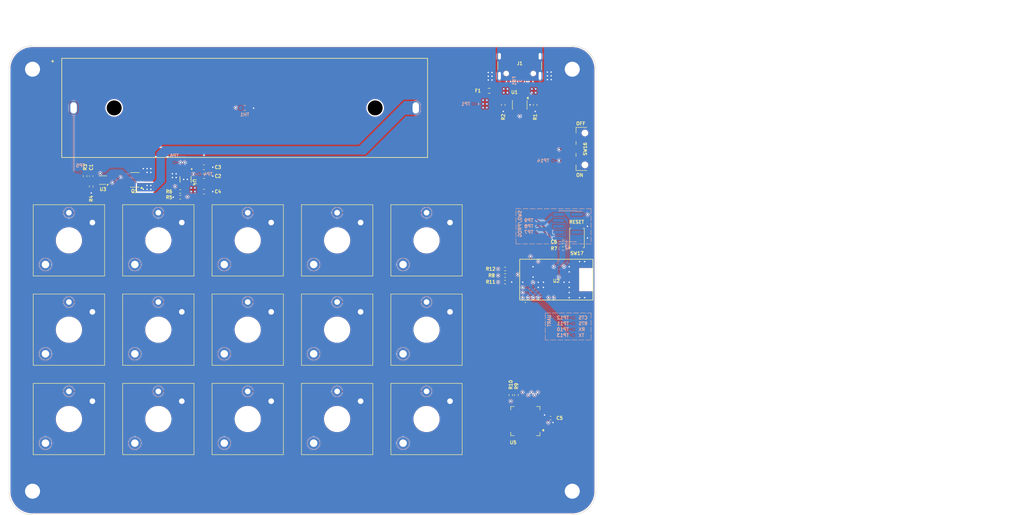
<source format=kicad_pcb>
(kicad_pcb (version 20241229) (generator "pcbnew") (generator_version "9.0")
  (layers (0 "F.Cu" signal) (4 "In1.Cu" signal) (6 "In2.Cu" signal) (2 "B.Cu" signal) (13 "F.Paste" user) (15 "B.Paste" user) (5 "F.SilkS" user "F.Silkscreen") (7 "B.SilkS" user "B.Silkscreen") (1 "F.Mask" user) (3 "B.Mask" user) (25 "Edge.Cuts" user))
  (net 0 "")
  (net 1 "/Power and Battery Management/BAT+")
  (net 2 "/Power and Battery Management/BAT-")
  (net 3 "Net-(U3-BAT)")
  (net 4 "Net-(SW16-B)")
  (net 5 "GND")
  (net 6 "VBUS")
  (net 7 "VCC")
  (net 8 "Net-(J1-SHIELD)")
  (net 9 "/USB Interface/USB_CONN_VBUS")
  (net 10 "/USB Interface/USB_CONN_D+")
  (net 11 "/USB Interface/USB_CONN_CC1")
  (net 12 "/USB Interface/USB_CONN_D-")
  (net 14 "/USB Interface/USB_CONN_CC2")
  (net 16 "/Power and Battery Management/BAT_PROT_COUT")
  (net 17 "/Power and Battery Management/BATT_COM_DRAIN")
  (net 18 "/Power and Battery Management/BAT_PROT_DOUT")
  (net 19 "Net-(U4-ISET)")
  (net 20 "Net-(U4-ILIM{slash}VSET)")
  (net 21 "Net-(U5-~{RESET})")
  (net 22 "PORTEXP_INTA")
  (net 23 "/Macropad keys/SW_KEY_0")
  (net 24 "/Macropad keys/SW_KEY_1")
  (net 25 "/Macropad keys/SW_KEY_2")
  (net 26 "/Macropad keys/SW_KEY_3")
  (net 27 "/Macropad keys/SW_KEY_4")
  (net 28 "/Macropad keys/SW_KEY_5")
  (net 29 "/Macropad keys/SW_KEY_6")
  (net 30 "/Macropad keys/SW_KEY_7")
  (net 31 "/Macropad keys/SW_KEY_8")
  (net 32 "/Macropad keys/SW_KEY_9")
  (net 33 "/Macropad keys/SW_KEY_10")
  (net 34 "/Macropad keys/SW_KEY_11")
  (net 35 "/Macropad keys/SW_KEY_12")
  (net 36 "/Macropad keys/SW_KEY_13")
  (net 37 "/Macropad keys/SW_KEY_14")
  (net 38 "Net-(U4-TS{slash}MR)")
  (net 39 "USB_D-")
  (net 40 "USB_D+")
  (net 41 "BAT_CHG_nCE")
  (net 42 "MCU_nRESET")
  (net 43 "MCU_SWD_SWDCLK")
  (net 44 "MCU_SWD_SWDIO")
  (net 45 "/Controller/MCU_UART_RX")
  (net 46 "/Controller/MCU_UART_RTS")
  (net 47 "/Controller/MCU_UART_CTS")
  (net 48 "/Controller/MCU_UART_TX")
  (net 49 "VDD")
  (net 87 "BAT_CHG_STAT2")
  (net 88 "BAT_CHG_STAT1")
  (net 92 "PORTEXP_SPI_nCS")
  (net 93 "PORTEXP_SPI_SCK")
  (net 94 "PORTEXP_SPI_MOSI")
  (net 95 "PORTEXP_SPI_MISO")
  (net 99 "Net-(SW17-A)")
  (net 100 "Net-(U3-V-)")
  (footprint "Resistor_SMD:R_0402_1005Metric" (layer "F.Cu") (at 162.1 62.6 -90)
    (property "Reference" "R1")
    (property "Value" "5.1k, 1%")
  )
  (footprint "MountingHole:MountingHole_3.2mm_M3_Pad" (layer "F.Cu") (at 170 55)
    (property "Reference" "H2" (hide yes))
    (property "Value" "MountingHole_Pad")
  )
  (footprint "Package_TO_SOT_SMD:SOT-23-6" (layer "F.Cu") (at 76.8 78.6 180)
    (property "Reference" "Q1")
    (property "Value" "DMG9926UDM")
  )
  (footprint "Resistor_SMD:R_0402_1005Metric" (layer "F.Cu") (at 155.69 100.4)
    (property "Reference" "R11")
    (property "Value" "100k")
  )
  (footprint "Resistor_SMD:R_0402_1005Metric" (layer "F.Cu") (at 155.69 99 180)
    (property "Reference" "R8")
    (property "Value" "10k")
  )
  (footprint "Capacitor_SMD:C_0402_1005Metric" (layer "F.Cu") (at 168.02 91.8 180)
    (property "Reference" "C6")
    (property "Value" "100nF DNP")
  )
  (footprint "MountingHole:MountingHole_3.2mm_M3_Pad" (layer "F.Cu") (at 55 55)
    (property "Reference" "H1" (hide yes))
    (property "Value" "MountingHole_Pad")
  )
  (footprint "Capacitor_SMD:C_0402_1005Metric" (layer "F.Cu") (at 165.4 129.4)
    (property "Reference" "C5")
    (property "Value" "100nF")
  )
  (footprint "PCM_Switch_Keyboard_Kailh:SW_Kailh_Choc_V2_1.00u" (layer "F.Cu") (at 62.75 129.6)
    (property "Reference" "SW11" (hide yes))
    (property "Value" "KEY 10")
  )
  (footprint "PCM_Switch_Keyboard_Kailh:SW_Kailh_Choc_V2_1.00u" (layer "F.Cu") (at 119.9 110.55)
    (property "Reference" "SW9" (hide yes))
    (property "Value" "KEY 8")
  )
  (footprint "PCM_Switch_Keyboard_Kailh:SW_Kailh_Choc_V2_1.00u" (layer "F.Cu") (at 100.85 91.5)
    (property "Reference" "SW3" (hide yes))
    (property "Value" "KEY 2")
  )
  (footprint "Resistor_SMD:R_0402_1005Metric" (layer "F.Cu") (at 86.4698 81.07325 180)
    (property "Reference" "R6")
    (property "Value" "18k, 1%")
  )
  (footprint "Capacitor_SMD:C_0603_1608Metric" (layer "F.Cu") (at 91.5 75.9)
    (property "Reference" "C3")
    (property "Value" "1uF")
  )
  (footprint "Package_TO_SOT_SMD:SOT-23-6" (layer "F.Cu") (at 158.8 62.6 -90)
    (property "Reference" "U1")
    (property "Value" "USBLC6-2SC6")
  )
  (footprint "Resistor_SMD:R_0402_1005Metric" (layer "F.Cu") (at 156.9 124.5 -90)
    (property "Reference" "R10")
    (property "Value" "DNP")
  )
  (footprint "0.Project:ENW89854A3KF" (layer "F.Cu") (at 166.6 99.874055)
    (property "Reference" "U2")
    (property "Value" "ENW89854A3KF" (hide yes))
  )
  (footprint "PCM_Switch_Keyboard_Kailh:SW_Kailh_Choc_V2_1.00u" (layer "F.Cu") (at 81.8 129.6)
    (property "Reference" "SW12" (hide yes))
    (property "Value" "KEY 11")
  )
  (footprint "Fiducial:Fiducial_1mm_Mask2mm" (layer "F.Cu") (at 64.4 144.9)
    (property "Reference" "FID3" (hide yes))
    (property "Value" "Fiducial")
  )
  (footprint "Capacitor_SMD:C_0603_1608Metric" (layer "F.Cu") (at 91.5 81.1)
    (property "Reference" "C4")
    (property "Value" "1uF")
  )
  (footprint "Resistor_SMD:R_0402_1005Metric" (layer "F.Cu") (at 155.3 62.6 -90)
    (property "Reference" "R2")
    (property "Value" "5.1k, 1%")
  )
  (footprint "Package_DFN_QFN:QFN-28-1EP_6x6mm_P0.65mm_EP4.25x4.25mm" (layer "F.Cu") (at 160 130.05 180)
    (property "Reference" "U5")
    (property "Value" "MCP23S17_ML")
  )
  (footprint "Resistor_SMD:R_0402_1005Metric" (layer "F.Cu") (at 155.69 97.6 180)
    (property "Reference" "R12")
    (property "Value" "10k")
  )
  (footprint "MountingHole:MountingHole_3.2mm_M3_Pad" (layer "F.Cu") (at 55 145)
    (property "Reference" "H3" (hide yes))
    (property "Value" "MountingHole_Pad")
  )
  (footprint "0.Project:SW_SPDT_CK_JS102011SAQN" (layer "F.Cu") (at 172.7 72 90)
    (property "Reference" "SW16")
    (property "Value" "JS102011SAQN")
  )
  (footprint "PCM_Switch_Keyboard_Kailh:SW_Kailh_Choc_V2_1.00u" (layer "F.Cu") (at 81.8 91.5)
    (property "Reference" "SW2" (hide yes))
    (property "Value" "KEY 1")
  )
  (footprint "PCM_Switch_Keyboard_Kailh:SW_Kailh_Choc_V2_1.00u" (layer "F.Cu") (at 100.85 110.55)
    (property "Reference" "SW8" (hide yes))
    (property "Value" "KEY 7")
  )
  (footprint "PCM_Switch_Keyboard_Kailh:SW_Kailh_Choc_V2_1.00u" (layer "F.Cu") (at 138.95 91.5)
    (property "Reference" "SW5" (hide yes))
    (property "Value" "KEY 4")
  )
  (footprint "Fiducial:Fiducial_1mm_Mask2mm" (layer "F.Cu") (at 170 128.7)
    (property "Reference" "FID2" (hide yes))
    (property "Value" "Fiducial")
  )
  (footprint "MountingHole:MountingHole_3.2mm_M3_Pad" (layer "F.Cu") (at 170 145)
    (property "Reference" "H4" (hide yes))
    (property "Value" "MountingHole_Pad")
  )
  (footprint "PCM_Switch_Keyboard_Kailh:SW_Kailh_Choc_V2_1.00u" (layer "F.Cu") (at 138.95 129.6)
    (property "Reference" "SW15" (hide yes))
    (property "Value" "KEY 14")
  )
  (footprint "Resistor_SMD:R_0402_1005Metric" (layer "F.Cu") (at 66.2 77.8 90)
    (property "Reference" "R3")
    (property "Value" "330R")
  )
  (footprint "Capacitor_SMD:C_0402_1005Metric" (layer "F.Cu") (at 67.49 77.8 90)
    (property "Reference" "C1")
    (property "Value" "100nF")
  )
  (footprint "Capacitor_SMD:C_0603_1608Metric" (layer "F.Cu") (at 91.5 77.8)
    (property "Reference" "C2")
    (property "Value" "10uF")
  )
  (footprint "Resistor_SMD:R_0402_1005Metric" (layer "F.Cu") (at 168 93.25)
    (property "Reference" "R7")
    (property "Value" "1k")
  )
  (footprint "0.Project:BH18650PC" (layer "F.Cu") (at 63.75 63.25)
    (property "Reference" "BT1" (hide yes))
    (property "Value" "BH-18650-PC")
  )
  (footprint "0.Project:BQ25185DLHR" (layer "F.Cu") (at 87.6 78.5 -90)
    (property "Reference" "U4")
    (property "Value" "BQ25185DLHR")
  )
  (footprint "PCM_Switch_Keyboard_Kailh:SW_Kailh_Choc_V2_1.00u" (layer "F.Cu") (at 62.75 110.55)
    (property "Reference" "SW6" (hide yes))
    (property "Value" "KEY 5")
  )
  (footprint "Resistor_SMD:R_0402_1005Metric" (layer "F.Cu") (at 158.1 124.5 -90)
    (property "Reference" "R9")
    (property "Value" "10k")
  )
  (footprint "Resistor_SMD:R_0402_1005Metric" (layer "F.Cu") (at 86.4698 82.3 180)
    (property "Reference" "R5")
    (property "Value" "604R, 1%")
  )
  (footprint "PCM_Switch_Keyboard_Kailh:SW_Kailh_Choc_V2_1.00u" (layer "F.Cu") (at 119.9 91.5)
    (property "Reference" "SW4" (hide yes))
    (property "Value" "KEY 3")
  )
  (footprint "Resistor_SMD:R_0603_1608Metric" (layer "F.Cu") (at 152.3 59.6 180)
    (property "Reference" "F1")
    (property "Value" "0.75A Hold, 1.5A Trip")
  )
  (footprint "Package_SON:WSON-6_1.5x1.5mm_P0.5mm" (layer "F.Cu") (at 70 78.65 180)
    (property "Reference" "U3")
    (property "Value" "BQ2970")
  )
  (footprint "Button_Switch_SMD:SW_Push_SPST_NO_Alps_SKRK" (layer "F.Cu") (at 171 91 90)
    (property "Reference" "SW17")
    (property "Value" "SKRKAEE020")
  )
  (footprint "PCM_Switch_Keyboard_Kailh:SW_Kailh_Choc_V2_1.00u" (layer "F.Cu") (at 119.9 129.6)
    (property "Reference" "SW14" (hide yes))
    (property "Value" "KEY 13")
  )
  (footprint "PCM_Switch_Keyboard_Kailh:SW_Kailh_Choc_V2_1.00u" (layer "F.Cu") (at 62.75 91.5)
    (property "Reference" "SW1" (hide yes))
    (property "Value" "KEY 0")
  )
  (footprint "PCM_Switch_Keyboard_Kailh:SW_Kailh_Choc_V2_1.00u" (layer "F.Cu") (at 100.85 129.6)
    (property "Reference" "SW13" (hide yes))
    (property "Value" "KEY 12")
  )
  (footprint "PCM_Switch_Keyboard_Kailh:SW_Kailh_Choc_V2_1.00u" (layer "F.Cu") (at 81.8 110.55)
    (property "Reference" "SW7" (hide yes))
    (property "Value" "KEY 6")
  )
  (footprint "Fiducial:Fiducial_1mm_Mask2mm" (layer "F.Cu") (at 55.7 64.2)
    (property "Reference" "FID1" (hide yes))
    (property "Value" "Fiducial")
  )
  (footprint "Resistor_SMD:R_0402_1005Metric" (layer "F.Cu") (at 67.5 80 -90)
    (property "Reference" "R4")
    (property "Value" "2.2k")
  )
  (footprint "PCM_Switch_Keyboard_Kailh:SW_Kailh_Choc_V2_1.00u" (layer "F.Cu") (at 138.95 110.55)
    (property "Reference" "SW10" (hide yes))
    (property "Value" "KEY 9")
  )
  (footprint "Connector_USB:USB_C_Receptacle_GCT_USB4105-xx-A_16P_TopMnt_Horizontal" (layer "F.Cu") (at 158.81 53.31 180)
    (property "Reference" "J1")
    (property "Value" "USB4105-GF-A")
  )
  (footprint "0.Project:TestPoint_Pad_D0.5mm" (layer "B.Cu") (at 170.25 109.25 -90)
    (property "Reference" "TP11")
    (property "Value" "TestPoint")
  )
  (footprint "0.Project:TestPoint_Pad_D0.5mm" (layer "B.Cu") (at 85.2 74.9 180)
    (property "Reference" "TP6")
    (property "Value" "TestPoint")
  )
  (footprint "0.Project:TestPoint_Pad_D0.5mm" (layer "B.Cu") (at 170.25 108 -90)
    (property "Reference" "TP12")
    (property "Value" "TestPoint")
  )
  (footprint "0.Project:TestPoint_Pad_D0.5mm" (layer "B.Cu") (at 165.9 74.5 180)
    (property "Reference" "TP14")
    (property "Value" "TestPoint")
  )
  (footprint "0.Project:TestPoint_Pad_D0.5mm" (layer "B.Cu") (at 148.9 62.4 180)
    (property "Reference" "TP1")
    (property "Value" "TestPoint")
  )
  (footprint "Connector_PinHeader_1.27mm:PinHeader_2x05_P1.27mm_Vertical_SMD" (layer "B.Cu") (at 169 88.5 180)
    (property "Reference" "J2")
    (property "Value" "SWD 10 Pin")
  )
  (footprint "0.Project:TestPoint_Pad_D0.5mm" (layer "B.Cu") (at 162.5 89.75 180)
    (property "Reference" "TP7")
    (property "Value" "TestPoint")
  )
  (footprint "0.Project:TestPoint_Pad_D0.5mm" (layer "B.Cu") (at 170.25 111.75 -90)
    (property "Reference" "TP13")
    (property "Value" "TestPoint")
  )
  (footprint "Resistor_SMD:R_0603_1608Metric" (layer "B.Cu") (at 100.200017 63.25)
    (property "Reference" "TH1")
    (property "Value" "10k, beta=3435-3950")
  )
  (footprint "0.Project:TestPoint_Pad_D0.5mm" (layer "B.Cu") (at 90.6 77.4 180)
    (property "Reference" "TP4")
    (property "Value" "TestPoint")
  )
  (footprint "0.Project:TestPoint_Pad_D0.5mm" (layer "B.Cu") (at 65.2 77 180)
    (property "Reference" "TP5")
    (property "Value" "TestPoint")
  )
  (footprint "0.Project:TestPoint_Pad_D0.5mm" (layer "B.Cu") (at 162.5 88.5 180)
    (property "Reference" "TP8")
    (property "Value" "TestPoint")
  )
  (footprint "Resistor_SMD:R_0402_1005Metric" (layer "B.Cu") (at 158.8 57.5 -90)
    (property "Reference" "FB1")
    (property "Value" "0R")
  )
  (footprint "0.Project:TestPoint_Pad_D0.5mm" (layer "B.Cu") (at 170.25 110.5 -90)
    (property "Reference" "TP10")
    (property "Value" "TestPoint")
  )
  (footprint "0.Project:TestPoint_Pad_D0.5mm" (layer "B.Cu") (at 162.5 87.25 180)
    (property "Reference" "TP9")
    (property "Value" "TestPoint")
  )
  (gr_rect (start 164.25 107) (end 174 112.75) (stroke (width 0.1) (type dash)) (fill no) (layer "B.SilkS"))
  (gr_rect (start 158 84.75) (end 174 92.25) (stroke (width 0.1) (type dash)) (fill no) (layer "B.SilkS"))
  (gr_arc (start 50 55) (mid 51.464466 51.464466) (end 55 50) (stroke (width 0.1)) (layer "Edge.Cuts"))
  (gr_arc (start 170 50) (mid 173.535534 51.464466) (end 175 55) (stroke (width 0.1)) (layer "Edge.Cuts"))
  (gr_arc (start 55 150) (mid 51.464466 148.535534) (end 50 145) (stroke (width 0.1)) (layer "Edge.Cuts"))
  (gr_line (start 175 55) (end 175 145) (stroke (width 0.05)) (layer "Edge.Cuts"))
  (gr_arc (start 175 145) (mid 173.535534 148.535534) (end 170 150) (stroke (width 0.1)) (layer "Edge.Cuts"))
  (gr_line (start 55 50) (end 170 50) (stroke (width 0.05)) (layer "Edge.Cuts"))
  (gr_line (start 170 150) (end 55 150) (stroke (width 0.05)) (layer "Edge.Cuts"))
  (gr_line (start 50 145) (end 50 55) (stroke (width 0.05)) (layer "Edge.Cuts"))
  (gr_text "OFF" (at 170.75 67 0) (layer "F.SilkS") (effects (font (size 0.7 0.7) (thickness 0.15) (bold yes)) (justify left bottom)))
  (gr_text "ON" (at 170.75 78 0) (layer "F.SilkS") (effects (font (size 0.7 0.7) (thickness 0.15) (bold yes)) (justify left bottom)))
  (gr_text "RESET" (at 169.25 88 0) (layer "F.SilkS") (effects (font (size 0.7 0.7) (thickness 0.15) (bold yes)) (justify left bottom)))
  (gr_text "TX" (at 171.25 111.75 0) (layer "B.SilkS") (effects (font (size 0.7 0.7)) (justify right mirror)))
  (gr_text "CTS" (at 171.25 108 0) (layer "B.SilkS") (effects (font (size 0.7 0.7)) (justify right mirror)))
  (gr_text "SWD/PROG" (at 159.25 85 90) (layer "B.SilkS") (effects (font (size 0.7 0.7) (thickness 0.15) (bold yes)) (justify left bottom mirror)))
  (gr_text "UART" (at 165.5 107.25 90) (layer "B.SilkS") (effects (font (size 0.7 0.7) (thickness 0.15) (bold yes)) (justify left bottom mirror)))
  (gr_text "RTS" (at 171.25 109.25 0) (layer "B.SilkS") (effects (font (size 0.7 0.7)) (justify right mirror)))
  (gr_text "RX" (at 171.25 110.5 0) (layer "B.SilkS") (effects (font (size 0.7 0.7)) (justify right mirror)))
  (segment (start 64.31 78.31) (end 63.75 77.75) (width 0.127) (layer "F.Cu") (net 1))
  (segment (start 88.00005 76.99995) (end 88.4 76.6) (width 0.2) (layer "F.Cu") (net 1))
  (segment (start 88.00005 77.3697) (end 88.00005 76.60005) (width 0.2) (layer "F.Cu") (net 1))
  (segment (start 88.00005 76.60005) (end 88 76.6) (width 0.2) (layer "F.Cu") (net 1))
  (segment (start 88.00005 77.3697) (end 88.00005 76.99995) (width 0.2) (layer "F.Cu") (net 1))
  (segment (start 66.2 78.31) (end 64.31 78.31) (width 0.127) (layer "F.Cu") (net 1))
  (segment (start 63.75 77.75) (end 63.75 63.25) (width 0.127) (layer "F.Cu") (net 1))
  (segment (start 64.2 77) (end 63.75 76.55) (width 0.127) (layer "B.Cu") (net 1))
  (segment (start 65.2 77) (end 64.2 77) (width 0.127) (layer "B.Cu") (net 1))
  (segment (start 63.75 76.55) (end 63.75 63.25) (width 0.127) (layer "B.Cu") (net 1))
  (segment (start 69.425 77.2) (end 69.425 78.15) (width 0.127) (layer "F.Cu") (net 2))
  (segment (start 67.61 77.2) (end 67.49 77.32) (width 0.127) (layer "F.Cu") (net 2))
  (segment (start 69.425 77.2) (end 67.61 77.2) (width 0.127) (layer "F.Cu") (net 2))
  (via (at 79.4 79.8) (size 0.6) (drill 0.3) (layers "F.Cu" "B.Cu") (net 2))
  (via (at 69.425 77.2) (size 0.6) (drill 0.3) (layers "F.Cu" "B.Cu") (net 2))
  (via (at 80.2 79.8) (size 0.6) (drill 0.3) (layers "F.Cu" "B.Cu") (net 2))
  (via (at 78.6 80.6) (size 0.6) (drill 0.3) (layers "F.Cu" "B.Cu") (net 2))
  (via (at 79.4 80.6) (size 0.6) (drill 0.3) (layers "F.Cu" "B.Cu") (net 2))
  (via (at 80.2 80.6) (size 0.6) (drill 0.3) (layers "F.Cu" "B.Cu") (net 2))
  (segment (start 71.6 76.2) (end 74.2 76.2) (width 0.127) (layer "B.Cu") (net 2))
  (segment (start 70.6 77.2) (end 71.6 76.2) (width 0.127) (layer "B.Cu") (net 2))
  (segment (start 74.2 76.2) (end 77.4 79.4) (width 0.127) (layer "B.Cu") (net 2))
  (segment (start 69.425 77.2) (end 70.6 77.2) (width 0.127) (layer "B.Cu") (net 2))
  (segment (start 67.91 78.28) (end 68.28 78.65) (width 0.127) (layer "F.Cu") (net 3))
  (segment (start 68.28 78.65) (end 69.425 78.65) (width 0.127) (layer "F.Cu") (net 3))
  (segment (start 67.285 78.28) (end 67.49 78.28) (width 0.127) (layer "F.Cu") (net 3))
  (segment (start 67.49 78.28) (end 67.91 78.28) (width 0.127) (layer "F.Cu") (net 3))
  (segment (start 66.2 77.29) (end 66.295 77.29) (width 0.127) (layer "F.Cu") (net 3))
  (segment (start 66.295 77.29) (end 67.285 78.28) (width 0.127) (layer "F.Cu") (net 3))
  (segment (start 169.95 72) (end 167.3 72) (width 0.5) (layer "F.Cu") (net 4))
  (segment (start 89.2698 77.3697) (end 88.4001 77.3697) (width 0.25) (layer "F.Cu") (net 4))
  (segment (start 167.3 72) (end 167.2 72.1) (width 0.5) (layer "F.Cu") (net 4))
  (segment (start 89.4697 77.3697) (end 89.9 77.8) (width 0.3) (layer "F.Cu") (net 4))
  (segment (start 89.9 77.8) (end 90.725 77.8) (width 0.3) (layer "F.Cu") (net 4))
  (segment (start 89.2698 77.3697) (end 89.4697 77.3697) (width 0.3) (layer "F.Cu") (net 4))
  (via (at 167.2 72.1) (size 0.6) (drill 0.3) (layers "F.Cu" "B.Cu") (net 4))
  (via (at 89.2698 77.3697) (size 0.6) (drill 0.3) (layers "F.Cu" "B.Cu") (net 4))
  (segment (start 90.4 77.4) (end 90.6 77.4) (width 0.127) (layer "B.Cu") (net 4))
  (segment (start 89.2698 77.3697) (end 90.3697 77.3697) (width 0.127) (layer "B.Cu") (net 4))
  (segment (start 90.3697 77.3697) (end 90.4 77.4) (width 0.127) (layer "B.Cu") (net 4))
  (segment (start 163.85 101.524055) (end 164.4 100.974055) (width 0.127) (layer "F.Cu") (net 5))
  (segment (start 161.65 99.324055) (end 162.2 98.774055) (width 0.127) (layer "F.Cu") (net 5))
  (segment (start 171.55 103.724055) (end 172.1 103.174055) (width 0.127) (layer "F.Cu") (net 5))
  (segment (start 165.88 130.33) (end 165.9 130.35) (width 0.127) (layer "F.Cu") (net 5))
  (segment (start 169.35 101.524055) (end 169.9 100.974055) (width 0.127) (layer "F.Cu") (net 5))
  (segment (start 162.75 101.524055) (end 163.3 100.974055) (width 0.127) (layer "F.Cu") (net 5))
  (segment (start 161.65 97.124055) (end 162.2 96.574055) (width 0.127) (layer "F.Cu") (net 5))
  (segment (start 169.35 103.724055) (end 169.9 103.174055) (width 0.127) (layer "F.Cu") (net 5))
  (segment (start 162.8375 128.75) (end 164.1 128.75) (width 0.127) (layer "F.Cu") (net 5))
  (segment (start 162.75 100.424055) (end 163.3 99.874055) (width 0.127) (layer "F.Cu") (net 5))
  (segment (start 168.25 100.424055) (end 168.8 99.874055) (width 0.127) (layer "F.Cu") (net 5))
  (segment (start 165.88 129.4) (end 165.88 130.33) (width 0.127) (layer "F.Cu") (net 5))
  (segment (start 158.8 61.4625) (end 158.8 62.3) (width 0.25) (layer "F.Cu") (net 5))
  (segment (start 158.8 62.3) (end 159.1 62.6) (width 0.25) (layer "F.Cu") (net 5))
  (segment (start 173.2 96.574055) (end 172.65 96.024055) (width 0.127) (layer "F.Cu") (net 5))
  (segment (start 162.1 63.11) (end 162.1 64) (width 0.127) (layer "F.Cu") (net 5))
  (segment (start 92.275 75.9) (end 93.4 75.9) (width 0.15) (layer "F.Cu") (net 5))
  (segment (start 155.3 63.11) (end 155.3 64) (width 0.127) (layer "F.Cu") (net 5))
  (segment (start 169.35 98.224055) (end 169.9 97.674055) (width 0.127) (layer "F.Cu") (net 5))
  (segment (start 159.1 62.6) (end 161 62.6) (width 0.25) (layer "F.Cu") (net 5))
  (segment (start 67.5 80.51) (end 67.5 81.4) (width 0.127) (layer "F.Cu") (net 5))
  (segment (start 156.2 100.4) (end 157.1 100.4) (width 0.127) (layer "F.Cu") (net 5))
  (segment (start 172.65 103.724055) (end 173.2 103.174055) (width 0.127) (layer "F.Cu") (net 5))
  (segment (start 171.55 96.024055) (end 172.1 96.574055) (width 0.127) (layer "F.Cu") (net 5))
  (segment (start 85 82.3) (end 85.9598 82.3) (width 0.15) (layer "F.Cu") (net 5))
  (segment (start 163.85 100.424055) (end 164.4 99.874055) (width 0.127) (layer "F.Cu") (net 5))
  (segment (start 92.275 81.1) (end 93.4 81.1) (width 0.15) (layer "F.Cu") (net 5))
  (segment (start 92.275 77.8) (end 93.4 77.8) (width 0.15) (layer "F.Cu") (net 5))
  (segment (start 169.35 100.424055) (end 169.9 99.874055) (width 0.127) (layer "F.Cu") (net 5))
  (segment (start 159.45 100.424055) (end 160 99.874055) (width 0.127) (layer "F.Cu") (net 5))
  (segment (start 169.35 97.124055) (end 169.9 96.574055) (width 0.127) (layer "F.Cu") (net 5))
  (segment (start 169.35 102.624055) (end 169.9 102.074055) (width 0.127) (layer "F.Cu") (net 5))
  (via (at 93.4 77.8) (size 0.6) (drill 0.3) (layers "F.Cu" "B.Cu") (net 5))
  (via (at 169.35 97.124055) (size 0.6) (drill 0.3) (layers "F.Cu" "B.Cu") (net 5))
  (via (at 165.9 130.35) (size 0.6) (drill 0.3) (layers "F.Cu" "B.Cu") (net 5))
  (via (at 173.25 88.5) (size 0.6) (drill 0.3) (layers "F.Cu" "B.Cu") (net 5))
  (via (at 85 82.3) (size 0.6) (drill 0.3) (layers "F.Cu" "B.Cu") (net 5))
  (via (at 161.65 99.324055) (size 0.6) (drill 0.3) (layers "F.Cu" "B.Cu") (net 5))
  (via (at 171.55 96.024055) (size 0.6) (drill 0.3) (layers "F.Cu" "B.Cu") (net 5))
  (via (at 165.5 57.215) (size 0.6) (drill 0.3) (layers "F.Cu" "B.Cu") (net 5))
  (via (at 162.1 64) (size 0.6) (drill 0.3) (layers "F.Cu" "B.Cu") (net 5))
  (via (at 164.7 57.215) (size 0.6) (drill 0.3) (layers "F.Cu" "B.Cu") (net 5))
  (via (at 102.1 63.3) (size 0.6) (drill 0.3) (layers "F.Cu" "B.Cu") (net 5))
  (via (at 169.35 98.224055) (size 0.6) (drill 0.3) (layers "F.Cu" "B.Cu") (net 5))
  (via (at 169.35 102.624055) (size 0.6) (drill 0.3) (layers "F.Cu" "B.Cu") (net 5))
  (via (at 152.1 57.3) (size 0.6) (drill 0.3) (layers "F.Cu" "B.Cu") (net 5))
  (via (at 172.65 103.724055) (size 0.6) (drill 0.3) (layers "F.Cu" "B.Cu") (net 5))
  (via (at 165.5 56.415) (size 0.6) (drill 0.3) (layers "F.Cu" "B.Cu") (net 5))
  (via (at 155.3 64) (size 0.6) (drill 0.3) (layers "F.Cu" "B.Cu") (net 5))
  (via (at 162.75 100.424055) (size 0.6) (drill 0.3) (layers "F.Cu" "B.Cu") (net 5))
  (via (at 169.35 100.424055) (size 0.6) (drill 0.3) (layers "F.Cu" "B.Cu") (net 5))
  (via (at 161.65 97.124055) (size 0.6) (drill 0.3) (layers "F.Cu" "B.Cu") (net 5))
  (via (at 163.85 101.524055) (size 0.6) (drill 0.3) (layers "F.Cu" "B.Cu") (net 5))
  (via (at 172.65 96.024055) (size 0.6) (drill 0.3) (layers "F.Cu" "B.Cu") (net 5))
  (via (at 88 78.5) (size 0.6) (drill 0.3) (layers "F.Cu" "B.Cu") (net 5))
  (via (at 164.7 55.615) (size 0.6) (drill 0.3) (layers "F.Cu" "B.Cu") (net 5))
  (via (at 169.35 103.724055) (size 0.6) (drill 0.3) (layers "F.Cu" "B.Cu") (net 5))
  (via (at 164.7 56.415) (size 0.6) (drill 0.3) (layers "F.Cu" "B.Cu") (net 5))
  (via (at 152.9 57.3) (size 0.6) (drill 0.3) (layers "F.Cu" "B.Cu") (net 5))
  (via (at 152.9 56.5) (size 0.6) (drill 0.3) (layers "F.Cu" "B.Cu") (net 5))
  (via (at 85.6 77.3) (size 0.6) (drill 0.3) (layers "F.Cu" "B.Cu") (net 5))
  (via (at 152.1 55.7) (size 0.6) (drill 0.3) (layers "F.Cu" "B.Cu") (net 5))
  (via (at 79.4 76.2) (size 0.6) (drill 0.3) (layers "F.Cu" "B.Cu") (net 5))
  (via (at 173.25 91) (size 0.6) (drill 0.3) (layers "F.Cu" "B.Cu") (net 5))
  (via (at 159.45 100.424055) (size 0.6) (drill 0.3) (layers "F.Cu" "B.Cu") (net 5))
  (via (at 152.1 56.5) (size 0.6) (drill 0.3) (layers "F.Cu" "B.Cu") (net 5))
  (via (at 87.2 78.5) (size 0.6) (drill 0.3) (layers "F.Cu" "B.Cu") (net 5))
  (via (at 163.85 100.424055) (size 0.6) (drill 0.3) (layers "F.Cu" "B.Cu") (net 5))
  (via (at 165.5 55.615) (size 0.6) (drill 0.3) (layers "F.Cu" "B.Cu") (net 5))
  (via (at 79.4 77) (size 0.6) (drill 0.3) (layers "F.Cu" "B.Cu") (net 5))
  (via (at 93.4 75.9) (size 0.6) (drill 0.3) (layers "F.Cu" "B.Cu") (net 5))
  (via (at 157.1 100.4) (size 0.6) (drill 0.3) (layers "F.Cu" "B.Cu") (net 5))
  (via (at 93.4 81.1) (size 0.6) (drill 0.3) (layers "F.Cu" "B.Cu") (net 5))
  (via (at 171.55 103.724055) (size 0.6) (drill 0.3) (layers "F.Cu" "B.Cu") (net 5))
  (via (at 169.35 101.524055) (size 0.6) (drill 0.3) (layers "F.Cu" "B.Cu") (net 5))
  (via (at 84.8 78.1) (size 0.6) (drill 0.3) (layers "F.Cu" "B.Cu") (net 5))
  (via (at 67.5 81.4) (size 0.6) (drill 0.3) (layers "F.Cu" "B.Cu") (net 5))
  (via (at 80.2 76.2) (size 0.6) (drill 0.3) (layers "F.Cu" "B.Cu") (net 5))
  (via (at 85.6 78.1) (size 0.6) (drill 0.3) (layers "F.Cu" "B.Cu") (net 5))
  (via (at 78.6 76.2) (size 0.6) (drill 0.3) (layers "F.Cu" "B.Cu") (net 5))
  (via (at 164.1 128.75) (size 0.6) (drill 0.3) (layers "F.Cu" "B.Cu") (net 5))
  (via (at 168.25 100.424055) (size 0.6) (drill 0.3) (layers "F.Cu" "B.Cu") (net 5))
  (via (at 162.75 101.524055) (size 0.6) (drill 0.3) (layers "F.Cu" "B.Cu") (net 5))
  (via (at 84.8 77.3) (size 0.6) (drill 0.3) (layers "F.Cu" "B.Cu") (net 5))
  (via (at 80.2 77) (size 0.6) (drill 0.3) (layers "F.Cu" "B.Cu") (net 5))
  (via (at 161 62.6) (size 0.6) (drill 0.3) (layers "F.Cu" "B.Cu") (net 5))
  (via (at 152.9 55.7) (size 0.6) (drill 0.3) (layers "F.Cu" "B.Cu") (net 5))
  (segment (start 173.21 91.04) (end 173.25 91) (width 0.3) (layer "B.Cu") (net 5))
  (segment (start 101.025017 63.25) (end 102.05 63.25) (width 0.127) (layer "B.Cu") (net 5))
  (segment (start 170.95 91.04) (end 173.21 91.04) (width 0.3) (layer "B.Cu") (net 5))
  (segment (start 170.95 88.5) (end 173.25 88.5) (width 0.3) (layer "B.Cu") (net 5))
  (segment (start 170.95 87.23) (end 170.95 88.5) (width 0.3) (layer "B.Cu") (net 5))
  (segment (start 102.05 63.25) (end 102.1 63.3) (width 0.127) (layer "B.Cu") (net 5))
  (segment (start 158.8 65) (end 158.8 63.7375) (width 0.2) (layer "F.Cu") (net 6))
  (segment (start 162.75 96.024055) (end 163.3 96.574055) (width 0.127) (layer "F.Cu") (net 6))
  (via (at 151.8 61.6) (size 0.6) (drill 0.3) (layers "F.Cu" "B.Cu") (net 6))
  (via (at 151 62.4) (size 0.6) (drill 0.3) (layers "F.Cu" "B.Cu") (net 6))
  (via (at 89.6 81.1) (size 0.6) (drill 0.3) (layers "F.Cu" "B.Cu") (net 6))
  (via (at 151 61.6) (size 0.6) (drill 0.3) (layers "F.Cu" "B.Cu") (net 6))
  (via (at 158.8 65) (size 0.6) (drill 0.3) (layers "F.Cu" "B.Cu") (net 6))
  (via (at 151 63.2) (size 0.6) (drill 0.3) (layers "F.Cu" "B.Cu") (net 6))
  (via (at 88.8 81.1) (size 0.6) (drill 0.3) (layers "F.Cu" "B.Cu") (net 6))
  (via (at 151.8 63.2) (size 0.6) (drill 0.3) (layers "F.Cu" "B.Cu") (net 6))
  (via (at 151.8 62.4) (size 0.6) (drill 0.3) (layers "F.Cu" "B.Cu") (net 6))
  (via (at 162.75 96.024055) (size 0.6) (drill 0.3) (layers "F.Cu" "B.Cu") (net 6))
  (via (at 88.8 80.3) (size 0.6) (drill 0.3) (layers "F.Cu" "B.Cu") (net 6))
  (via (at 89.6 80.3) (size 0.6) (drill 0.3) (layers "F.Cu" "B.Cu") (net 6))
  (segment (start 148.9 62.4) (end 151 62.4) (width 0.127) (layer "B.Cu") (net 6))
  (segment (start 156.2 99) (end 156.2 97.6) (width 0.127) (layer "F.Cu") (net 7))
  (segment (start 157.2 99) (end 156.2 99) (width 0.127) (layer "F.Cu") (net 7))
  (segment (start 159.31 123.99) (end 159.4 123.9) (width 0.127) (layer "F.Cu") (net 7))
  (segment (start 160 98.774055) (end 158.425945 98.774055) (width 0.25) (layer "F.Cu") (net 7))
  (segment (start 164.92 130.33) (end 164.9 130.35) (width 0.25) (layer "F.Cu") (net 7))
  (segment (start 158.4 98.8) (end 157.4 98.8) (width 0.127) (layer "F.Cu") (net 7))
  (segment (start 159.35 123.95) (end 159.4 123.9) (width 0.127) (layer "F.Cu") (net 7))
  (segment (start 162.8375 129.4) (end 164.92 129.4) (width 0.25) (layer "F.Cu") (net 7))
  (segment (start 164.92 129.4) (end 164.92 130.33) (width 0.25) (layer "F.Cu") (net 7))
  (segment (start 156.9 123.99) (end 158.1 123.99) (width 0.127) (layer "F.Cu") (net 7))
  (segment (start 159.35 127.2125) (end 159.35 123.95) (width 0.127) (layer "F.Cu") (net 7))
  (segment (start 157.4 98.8) (end 157.2 99) (width 0.127) (layer "F.Cu") (net 7))
  (segment (start 158.425945 98.774055) (end 158.4 98.8) (width 0.25) (layer "F.Cu") (net 7))
  (segment (start 160 127.2125) (end 158.7 127.2125) (width 0.1) (layer "F.Cu") (net 7))
  (segment (start 158.1 123.99) (end 159.31 123.99) (width 0.127) (layer "F.Cu") (net 7))
  (via (at 158.4 98.8) (size 0.6) (drill 0.3) (layers "F.Cu" "B.Cu") (net 7))
  (via (at 159.4 123.9) (size 0.6) (drill 0.3) (layers "F.Cu" "B.Cu") (net 7))
  (via (at 164.9 130.35) (size 0.6) (drill 0.3) (layers "F.Cu" "B.Cu") (net 7))
  (via (at 173.25 86) (size 0.6) (drill 0.3) (layers "F.Cu" "B.Cu") (net 7))
  (segment (start 170.99 86) (end 170.95 85.96) (width 0.25) (layer "B.Cu") (net 7))
  (segment (start 173.25 86) (end 170.99 86) (width 0.25) (layer "B.Cu") (net 7))
  (segment (start 161.21 56.99) (end 161.21 58.39) (width 0.5) (layer "F.Cu") (net 9))
  (segment (start 156.41 56.99) (end 156.41 58.39) (width 0.5) (layer "F.Cu") (net 9))
  (via (at 155.4 59.2) (size 0.6) (drill 0.3) (layers "F.Cu" "B.Cu") (net 9))
  (via (at 155.4 60) (size 0.6) (drill 0.3) (layers "F.Cu" "B.Cu") (net 9))
  (via (at 161.4 60) (size 0.6) (drill 0.3) (layers "F.Cu" "B.Cu") (net 9))
  (via (at 156.2 60) (size 0.6) (drill 0.3) (layers "F.Cu" "B.Cu") (net 9))
  (via (at 162.2 60) (size 0.6) (drill 0.3) (layers "F.Cu" "B.Cu") (net 9))
  (via (at 161.4 59.2) (size 0.6) (drill 0.3) (layers "F.Cu" "B.Cu") (net 9))
  (via (at 162.2 59.2) (size 0.6) (drill 0.3) (layers "F.Cu" "B.Cu") (net 9))
  (via (at 156.2 59.2) (size 0.6) (drill 0.3) (layers "F.Cu" "B.Cu") (net 9))
  (segment (start 158.06 56.99) (end 158.06 58.24) (width 0.2) (layer "F.Cu") (net 10))
  (segment (start 157.85 61.1) (end 157.85 61.4625) (width 0.376) (layer "F.Cu") (net 10))
  (segment (start 158.487 60.463) (end 157.85 61.1) (width 0.376) (layer "F.Cu") (net 10))
  (segment (start 158.497 58.672033) (end 158.487 58.682033) (width 0.376) (layer "F.Cu") (net 10))
  (segment (start 158.487 58.682033) (end 158.487 60.463) (width 0.376) (layer "F.Cu") (net 10))
  (segment (start 158.06 56.99) (end 158.06 56.415001) (width 0.2) (layer "F.Cu") (net 10))
  (segment (start 158.06 58.24) (end 158.064967 58.24) (width 0.376) (layer "F.Cu") (net 10))
  (segment (start 158.064967 58.24) (end 158.497 58.672033) (width 0.376) (layer "F.Cu") (net 10))
  (segment (start 158.751402 56.214) (end 159.06 56.522598) (width 0.2) (layer "F.Cu") (net 10))
  (segment (start 158.06 56.415001) (end 158.261001 56.214) (width 0.2) (layer "F.Cu") (net 10))
  (segment (start 159.06 56.522598) (end 159.06 56.99) (width 0.2) (layer "F.Cu") (net 10))
  (segment (start 158.261001 56.214) (end 158.751402 56.214) (width 0.2) (layer "F.Cu") (net 10))
  (segment (start 160.06 58.16) (end 160.06 56.99) (width 0.127) (layer "F.Cu") (net 11))
  (segment (start 160.5 60) (end 160.5 58.6) (width 0.127) (layer "F.Cu") (net 11))
  (segment (start 160.5 58.6) (end 160.06 58.16) (width 0.127) (layer "F.Cu") (net 11))
  (segment (start 162.1 62.09) (end 162.1 61.6) (width 0.127) (layer "F.Cu") (net 11))
  (segment (start 162.1 61.6) (end 160.5 60) (width 0.127) (layer "F.Cu") (net 11))
  (segment (start 159.56 56.99) (end 159.56 58.24) (width 0.2) (layer "F.Cu") (net 12))
  (segment (start 159.56 58.24) (end 159.555033 58.24) (width 0.376) (layer "F.Cu") (net 12))
  (segment (start 159.555033 58.24) (end 159.123 58.672033) (width 0.376) (layer "F.Cu") (net 12))
  (segment (start 159.56 57.457402) (end 159.251402 57.766) (width 0.2) (layer "F.Cu") (net 12))
  (segment (start 158.786 57.766) (end 158.56 57.54) (width 0.2) (layer "F.Cu") (net 12))
  (segment (start 159.123 58.672033) (end 159.123 60.473) (width 0.376) (layer "F.Cu") (net 12))
  (segment (start 158.56 57.54) (end 158.56 56.99) (width 0.2) (layer "F.Cu") (net 12))
  (segment (start 159.123 60.473) (end 159.75 61.1) (width 0.376) (layer "F.Cu") (net 12))
  (segment (start 159.56 56.99) (end 159.56 57.457402) (width 0.2) (layer "F.Cu") (net 12))
  (segment (start 159.251402 57.766) (end 158.786 57.766) (width 0.2) (layer "F.Cu") (net 12))
  (segment (start 159.75 61.1) (end 159.75 61.4625) (width 0.376) (layer "F.Cu") (net 12))
  (segment (start 157.06 60.33) (end 155.3 62.09) (width 0.127) (layer "F.Cu") (net 14))
  (segment (start 157.06 56.99) (end 157.06 60.33) (width 0.127) (layer "F.Cu") (net 14))
  (segment (start 70.575 78.65) (end 71.45 78.65) (width 0.127) (layer "F.Cu") (net 16))
  (segment (start 73.8 78) (end 74.15 77.65) (width 0.127) (layer "F.Cu") (net 16))
  (segment (start 74.15 77.65) (end 75.6625 77.65) (width 0.127) (layer "F.Cu") (net 16))
  (segment (start 71.45 78.65) (end 72 79.2) (width 0.127) (layer "F.Cu") (net 16))
  (via (at 72 79.2) (size 0.6) (drill 0.3) (layers "F.Cu" "B.Cu") (net 16))
  (via (at 73.8 78) (size 0.6) (drill 0.3) (layers "F.Cu" "B.Cu") (net 16))
  (segment (start 73.8 78) (end 73.5 78) (width 0.127) (layer "B.Cu") (net 16))
  (segment (start 72.3 79.2) (end 72 79.2) (width 0.127) (layer "B.Cu") (net 16))
  (segment (start 73.5 78) (end 72.3 79.2) (width 0.127) (layer "B.Cu") (net 16))
  (segment (start 75.6625 78.6) (end 77.9375 78.6) (width 0.5) (layer "F.Cu") (net 17))
  (segment (start 72.35 78.15) (end 73.75 79.55) (width 0.127) (layer "F.Cu") (net 18))
  (segment (start 73.75 79.55) (end 75.6625 79.55) (width 0.127) (layer "F.Cu") (net 18))
  (segment (start 70.575 78.15) (end 72.35 78.15) (width 0.127) (layer "F.Cu") (net 18))
  (segment (start 87.6 79.6303) (end 87.6 81.55305) (width 0.15) (layer "F.Cu") (net 19))
  (segment (start 86.9798 82.17325) (end 86.9798 82.3) (width 0.15) (layer "F.Cu") (net 19))
  (segment (start 87.6 81.55305) (end 86.9798 82.17325) (width 0.15) (layer "F.Cu") (net 19))
  (segment (start 87.19995 79.6303) (end 87.19995 80.8531) (width 0.15) (layer "F.Cu") (net 20))
  (segment (start 87.19995 80.8531) (end 86.9798 81.07325) (width 0.15) (layer "F.Cu") (net 20))
  (segment (start 158.05 127.2125) (end 158.05 125.06) (width 0.127) (layer "F.Cu") (net 21))
  (segment (start 158.05 125.06) (end 158.1 125.01) (width 0.127) (layer "F.Cu") (net 21))
  (segment (start 157.1125 128.8) (end 156.4 128.8) (width 0.127) (layer "F.Cu") (net 22))
  (segment (start 156.9 126.9) (end 156.9 125.8) (width 0.127) (layer "F.Cu") (net 22))
  (segment (start 157.1625 128.75) (end 157.1125 128.8) (width 0.127) (layer "F.Cu") (net 22))
  (segment (start 156.9 125.01) (end 156.9 125.8) (width 0.127) (layer "F.Cu") (net 22))
  (segment (start 156.2 127.6) (end 156.9 126.9) (width 0.127) (layer "F.Cu") (net 22))
  (segment (start 156.2 128.6) (end 156.2 127.6) (width 0.127) (layer "F.Cu") (net 22))
  (segment (start 156.4 128.8) (end 156.2 128.6) (width 0.127) (layer "F.Cu") (net 22))
  (segment (start 161.65 103.724055) (end 162.2 103.174055) (width 0.127) (layer "F.Cu") (net 22))
  (via (at 161.65 103.724055) (size 0.6) (drill 0.3) (layers "F.Cu" "B.Cu") (net 22))
  (via (at 156.9 125.8) (size 0.6) (drill 0.3) (layers "F.Cu" "B.Cu") (net 22))
  (segment (start 70.5 99) (end 74 102.5) (width 0.25) (layer "F.Cu") (net 23))
  (segment (start 62.75 85.6) (end 68.1 85.6) (width 0.25) (layer "F.Cu") (net 23))
  (segment (start 68.1 85.6) (end 70.5 88) (width 0.25) (layer "F.Cu") (net 23))
  (segment (start 149.5 129.5) (end 152 132) (width 0.25) (layer "F.Cu") (net 23))
  (segment (start 70.5 88) (end 70.5 99) (width 0.25) (layer "F.Cu") (net 23))
  (segment (start 74 102.5) (end 146.5 102.5) (width 0.25) (layer "F.Cu") (net 23))
  (segment (start 149.5 105.5) (end 149.5 129.5) (width 0.25) (layer "F.Cu") (net 23))
  (segment (start 152 132) (end 157.1625 132) (width 0.25) (layer "F.Cu") (net 23))
  (segment (start 146.5 102.5) (end 149.5 105.5) (width 0.25) (layer "F.Cu") (net 23))
  (segment (start 150 105.25) (end 150 129.25) (width 0.25) (layer "F.Cu") (net 24))
  (segment (start 92.5 102) (end 146.75 102) (width 0.25) (layer "F.Cu") (net 24))
  (segment (start 81.8 85.6) (end 87.1 85.6) (width 0.25) (layer "F.Cu") (net 24))
  (segment (start 152.1 131.35) (end 157.1625 131.35) (width 0.25) (layer "F.Cu") (net 24))
  (segment (start 150 129.25) (end 152.1 131.35) (width 0.25) (layer "F.Cu") (net 24))
  (segment (start 89.5 99) (end 92.5 102) (width 0.25) (layer "F.Cu") (net 24))
  (segment (start 87.1 85.6) (end 89.5 88) (width 0.25) (layer "F.Cu") (net 24))
  (segment (start 146.75 102) (end 150 105.25) (width 0.25) (layer "F.Cu") (net 24))
  (segment (start 89.5 88) (end 89.5 99) (width 0.25) (layer "F.Cu") (net 24))
  (segment (start 100.85 85.6) (end 106.6 85.6) (width 0.25) (layer "F.Cu") (net 25))
  (segment (start 111 101.5) (end 147 101.5) (width 0.25) (layer "F.Cu") (net 25))
  (segment (start 106.6 85.6) (end 108.5 87.5) (width 0.25) (layer "F.Cu") (net 25))
  (segment (start 108.5 99) (end 111 101.5) (width 0.25) (layer "F.Cu") (net 25))
  (segment (start 108.5 87.5) (end 108.5 99) (width 0.25) (layer "F.Cu") (net 25))
  (segment (start 150.5 105) (end 150.5 129) (width 0.25) (layer "F.Cu") (net 25))
  (segment (start 150.5 129) (end 152.2 130.7) (width 0.25) (layer "F.Cu") (net 25))
  (segment (start 147 101.5) (end 150.5 105) (width 0.25) (layer "F.Cu") (net 25))
  (segment (start 152.2 130.7) (end 157.1625 130.7) (width 0.25) (layer "F.Cu") (net 25))
  (segment (start 151 104.75) (end 151 128.75) (width 0.25) (layer "F.Cu") (net 26))
  (segment (start 127.5 99) (end 129.5 101) (width 0.25) (layer "F.Cu") (net 26))
  (segment (start 129.5 101) (end 147.25 101) (width 0.25) (layer "F.Cu") (net 26))
  (segment (start 147.25 101) (end 151 104.75) (width 0.25) (layer "F.Cu") (net 26))
  (segment (start 119.9 85.6) (end 125.6 85.6) (width 0.25) (layer "F.Cu") (net 26))
  (segment (start 125.6 85.6) (end 127.5 87.5) (width 0.25) (layer "F.Cu") (net 26))
  (segment (start 151 128.75) (end 152.3 130.05) (width 0.25) (layer "F.Cu") (net 26))
  (segment (start 127.5 87.5) (end 127.5 99) (width 0.25) (layer "F.Cu") (net 26))
  (segment (start 152.3 130.05) (end 157.1625 130.05) (width 0.25) (layer "F.Cu") (net 26))
  (segment (start 151.5 104.5) (end 151.5 128.5) (width 0.25) (layer "F.Cu") (net 27))
  (segment (start 138.95 85.6) (end 134.4 85.6) (width 0.25) (layer "F.Cu") (net 27))
  (segment (start 152.4 129.4) (end 157.1625 129.4) (width 0.25) (layer "F.Cu") (net 27))
  (segment (start 151.5 128.5) (end 152.4 129.4) (width 0.25) (layer "F.Cu") (net 27))
  (segment (start 133 100.5) (end 147.5 100.5) (width 0.25) (layer "F.Cu") (net 27))
  (segment (start 134.4 85.6) (end 131.5 88.5) (width 0.25) (layer "F.Cu") (net 27))
  (segment (start 147.5 100.5) (end 151.5 104.5) (width 0.25) (layer "F.Cu") (net 27))
  (segment (start 131.5 88.5) (end 131.5 99) (width 0.25) (layer "F.Cu") (net 27))
  (segment (start 131.5 99) (end 133 100.5) (width 0.25) (layer "F.Cu") (net 27))
  (segment (start 70.5 118) (end 74 121.5) (width 0.25) (layer "F.Cu") (net 28))
  (segment (start 74 121.5) (end 146.5 121.5) (width 0.25) (layer "F.Cu") (net 28))
  (segment (start 159.25 138) (end 161.3 135.95) (width 0.25) (layer "F.Cu") (net 28))
  (segment (start 149 138) (end 159.25 138) (width 0.25) (layer "F.Cu") (net 28))
  (segment (start 147 122) (end 147 136) (width 0.25) (layer "F.Cu") (net 28))
  (segment (start 62.75 104.65) (end 68.65 104.65) (width 0.25) (layer "F.Cu") (net 28))
  (segment (start 146.5 121.5) (end 147 122) (width 0.25) (layer "F.Cu") (net 28))
  (segment (start 147 136) (end 149 138) (width 0.25) (layer "F.Cu") (net 28))
  (segment (start 161.3 135.95) (end 161.3 132.8875) (width 0.25) (layer "F.Cu") (net 28))
  (segment (start 68.65 104.65) (end 70.5 106.5) (width 0.25) (layer "F.Cu") (net 28))
  (segment (start 70.5 106.5) (end 70.5 118) (width 0.25) (layer "F.Cu") (net 28))
  (segment (start 81.8 104.65) (end 87.15 104.65) (width 0.25) (layer "F.Cu") (net 29))
  (segment (start 147.5 135.75) (end 149.25 137.5) (width 0.25) (layer "F.Cu") (net 29))
  (segment (start 90.5 121) (end 146.75 121) (width 0.25) (layer "F.Cu") (net 29))
  (segment (start 149.25 137.5) (end 159 137.5) (width 0.25) (layer "F.Cu") (net 29))
  (segment (start 160.65 135.85) (end 160.65 132.8875) (width 0.25) (layer "F.Cu") (net 29))
  (segment (start 159 137.5) (end 160.65 135.85) (width 0.25) (layer "F.Cu") (net 29))
  (segment (start 89.5 107) (end 89.5 120) (width 0.25) (layer "F.Cu") (net 29))
  (segment (start 87.15 104.65) (end 89.5 107) (width 0.25) (layer "F.Cu") (net 29))
  (segment (start 89.5 120) (end 90.5 121) (width 0.25) (layer "F.Cu") (net 29))
  (segment (start 146.75 121) (end 147.5 121.75) (width 0.25) (layer "F.Cu") (net 29))
  (segment (start 147.5 121.75) (end 147.5 135.75) (width 0.25) (layer "F.Cu") (net 29))
  (segment (start 108.5 118.5) (end 110.5 120.5) (width 0.25) (layer "F.Cu") (net 30))
  (segment (start 148 135.5) (end 149.5 137) (width 0.25) (layer "F.Cu") (net 30))
  (segment (start 147 120.5) (end 148 121.5) (width 0.25) (layer "F.Cu") (net 30))
  (segment (start 108.5 107) (end 108.5 118.5) (width 0.25) (layer "F.Cu") (net 30))
  (segment (start 110.5 120.5) (end 147 120.5) (width 0.25) (layer "F.Cu") (net 30))
  (segment (start 100.85 104.65) (end 106.15 104.65) (width 0.25) (layer "F.Cu") (net 30))
  (segment (start 148 121.5) (end 148 135.5) (width 0.25) (layer "F.Cu") (net 30))
  (segment (start 158.75 137) (end 160 135.75) (width 0.25) (layer "F.Cu") (net 30))
  (segment (start 160 135.75) (end 160 132.8875) (width 0.25) (layer "F.Cu") (net 30))
  (segment (start 106.15 104.65) (end 108.5 107) (width 0.25) (layer "F.Cu") (net 30))
  (segment (start 149.5 137) (end 158.75 137) (width 0.25) (layer "F.Cu") (net 30))
  (segment (start 148.5 121.25) (end 148.5 135.25) (width 0.25) (layer "F.Cu") (net 31))
  (segment (start 119.9 104.65) (end 125.65 104.65) (width 0.25) (layer "F.Cu") (net 31))
  (segment (start 158.5 136.5) (end 159.35 135.65) (width 0.25) (layer "F.Cu") (net 31))
  (segment (start 128.5 120) (end 147.25 120) (width 0.25) (layer "F.Cu") (net 31))
  (segment (start 159.35 135.65) (end 159.35 132.8875) (width 0.25) (layer "F.Cu") (net 31))
  (segment (start 149.75 136.5) (end 158.5 136.5) (width 0.25) (layer "F.Cu") (net 31))
  (segment (start 148.5 135.25) (end 149.75 136.5) (width 0.25) (layer "F.Cu") (net 31))
  (segment (start 127.5 106.5) (end 127.5 119) (width 0.25) (layer "F.Cu") (net 31))
  (segment (start 147.25 120) (end 148.5 121.25) (width 0.25) (layer "F.Cu") (net 31))
  (segment (start 127.5 119) (end 128.5 120) (width 0.25) (layer "F.Cu") (net 31))
  (segment (start 125.65 104.65) (end 127.5 106.5) (width 0.25) (layer "F.Cu") (net 31))
  (segment (start 150 136) (end 158.25 136) (width 0.25) (layer "F.Cu") (net 32))
  (segment (start 149 121) (end 149 135) (width 0.25) (layer "F.Cu") (net 32))
  (segment (start 131.5 108) (end 131.5 118) (width 0.25) (layer "F.Cu") (net 32))
  (segment (start 131.5 118) (end 133 119.5) (width 0.25) (layer "F.Cu") (net 32))
  (segment (start 149 135) (end 150 136) (width 0.25) (layer "F.Cu") (net 32))
  (segment (start 147.5 119.5) (end 149 121) (width 0.25) (layer "F.Cu") (net 32))
  (segment (start 158.7 135.55) (end 158.7 132.8875) (width 0.25) (layer "F.Cu") (net 32))
  (segment (start 158.25 136) (end 158.7 135.55) (width 0.25) (layer "F.Cu") (net 32))
  (segment (start 134.85 104.65) (end 131.5 108) (width 0.25) (layer "F.Cu") (net 32))
  (segment (start 138.95 104.65) (end 134.85 104.65) (width 0.25) (layer "F.Cu") (net 32))
  (segment (start 133 119.5) (end 147.5 119.5) (width 0.25) (layer "F.Cu") (net 32))
  (segment (start 165.5 132) (end 165.5 138) (width 0.25) (layer "F.Cu") (net 33))
  (segment (start 70.5 137) (end 70.5 126) (width 0.25) (layer "F.Cu") (net 33))
  (segment (start 70.5 126) (end 68.2 123.7) (width 0.25) (layer "F.Cu") (net 33))
  (segment (start 163 140.5) (end 74 140.5) (width 0.25) (layer "F.Cu") (net 33))
  (segment (start 68.2 123.7) (end 62.75 123.7) (width 0.25) (layer "F.Cu") (net 33))
  (segment (start 74 140.5) (end 70.5 137) (width 0.25) (layer "F.Cu") (net 33))
  (segment (start 162.8375 130.05) (end 163.55 130.05) (width 0.25) (layer "F.Cu") (net 33))
  (segment (start 163.55 130.05) (end 165.5 132) (width 0.25) (layer "F.Cu") (net 33))
  (segment (start 165.5 138) (end 163 140.5) (width 0.25) (layer "F.Cu") (net 33))
  (segment (start 163.45 130.7) (end 162.8375 130.7) (width 0.25) (layer "F.Cu") (net 34))
  (segment (start 81.8 123.7) (end 87.2 123.7) (width 0.25) (layer "F.Cu") (net 34))
  (segment (start 165 137.75) (end 165 132.25) (width 0.25) (layer "F.Cu") (net 34))
  (segment (start 162.75 140) (end 165 137.75) (width 0.25) (layer "F.Cu") (net 34))
  (segment (start 89.5 137.5) (end 92 140) (width 0.25) (layer "F.Cu") (net 34))
  (segment (start 89.5 126) (end 89.5 137.5) (width 0.25) (layer "F.Cu") (net 34))
  (segment (start 87.2 123.7) (end 89.5 126) (width 0.25) (layer "F.Cu") (net 34))
  (segment (start 165 132.25) (end 163.45 130.7) (width 0.25) (layer "F.Cu") (net 34))
  (segment (start 92 140) (end 162.75 140) (width 0.25) (layer "F.Cu") (net 34))
  (segment (start 162.5 139.5) (end 164.5 137.5) (width 0.25) (layer "F.Cu") (net 35))
  (segment (start 106.2 123.7) (end 108.5 126) (width 0.25) (layer "F.Cu") (net 35))
  (segment (start 164.5 132.5) (end 163.35 131.35) (width 0.25) (layer "F.Cu") (net 35))
  (segment (start 164.5 137.5) (end 164.5 132.5) (width 0.25) (layer "F.Cu") (net 35))
  (segment (start 163.35 131.35) (end 162.8375 131.35) (width 0.25) (layer "F.Cu") (net 35))
  (segment (start 108.5 126) (end 108.5 137) (width 0.25) (layer "F.Cu") (net 35))
  (segment (start 111 139.5) (end 162.5 139.5) (width 0.25) (layer "F.Cu") (net 35))
  (segment (start 108.5 137) (end 111 139.5) (width 0.25) (layer "F.Cu") (net 35))
  (segment (start 100.85 123.7) (end 106.2 123.7) (width 0.25) (layer "F.Cu") (net 35))
  (segment (start 129.5 139) (end 162.25 139) (width 0.25) (layer "F.Cu") (net 36))
  (segment (start 164 132.75) (end 163.25 132) (width 0.25) (layer "F.Cu") (net 36))
  (segment (start 125.2 123.7) (end 127.5 126) (width 0.25) (layer "F.Cu") (net 36))
  (segment (start 119.9 123.7) (end 125.2 123.7) (width 0.25) (layer "F.Cu") (net 36))
  (segment (start 163.25 132) (end 162.8375 132) (width 0.25) (layer "F.Cu") (net 36))
  (segment (start 127.5 126) (end 127.5 137) (width 0.25) (layer "F.Cu") (net 36))
  (segment (start 164 137.25) (end 164 132.75) (width 0.25) (layer "F.Cu") (net 36))
  (segment (start 162.25 139) (end 164 137.25) (width 0.25) (layer "F.Cu") (net 36))
  (segment (start 127.5 137) (end 129.5 139) (width 0.25) (layer "F.Cu") (net 36))
  (segment (start 133 138.5) (end 162 138.5) (width 0.25) (layer "F.Cu") (net 37))
  (segment (start 138.95 123.7) (end 134.8 123.7) (width 0.25) (layer "F.Cu") (net 37))
  (segment (start 131.5 137) (end 133 138.5) (width 0.25) (layer "F.Cu") (net 37))
  (segment (start 162 138.5) (end 163.5 137) (width 0.25) (layer "F.Cu") (net 37))
  (segment (start 163.5 137) (end 163.5 133.75) (width 0.25) (layer "F.Cu") (net 37))
  (segment (start 163.5 133.75) (end 162.6375 132.8875) (width 0.25) (layer "F.Cu") (net 37))
  (segment (start 162.6375 132.8875) (end 161.95 132.8875) (width 0.25) (layer "F.Cu") (net 37))
  (segment (start 134.8 123.7) (end 131.5 127) (width 0.25) (layer "F.Cu") (net 37))
  (segment (start 131.5 127) (end 131.5 137) (width 0.25) (layer "F.Cu") (net 37))
  (segment (start 85.8839 79.97325) (end 86.22685 79.6303) (width 0.15) (layer "F.Cu") (net 38))
  (segment (start 85.3698 79.97325) (end 85.8839 79.97325) (width 0.15) (layer "F.Cu") (net 38))
  (segment (start 86.22685 79.6303) (end 86.7999 79.6303) (width 0.15) (layer "F.Cu") (net 38))
  (via (at 85.3698 79.97325) (size 0.6) (drill 0.3) (layers "F.Cu" "B.Cu") (net 38))
  (via (at 98.3 63.2) (size 0.6) (drill 0.3) (layers "F.Cu" "B.Cu") (net 38))
  (segment (start 99.375017 63.25) (end 98.35 63.25) (width 0.127) (layer "B.Cu") (net 38))
  (segment (start 98.35 63.25) (end 98.3 63.2) (width 0.127) (layer "B.Cu") (net 38))
  (segment (start 159.75 63.7375) (end 159.75 65.663) (width 0.376) (layer "F.Cu") (net 39))
  (segment (start 159.113 66.3) (end 159.113 82.527709) (width 0.376) (layer "F.Cu") (net 39))
  (segment (start 165.263 91.447602) (end 165.263 96.337055) (width 0.376) (layer "F.Cu") (net 39))
  (segment (start 159.99168 84.64903) (end 164.18307 88.84042) (width 0.376) (layer "F.Cu") (net 39))
  (segment (start 165.263 96.337055) (end 165.5 96.574055) (width 0.376) (layer "F.Cu") (net 39))
  (segment (start 159.75 65.663) (end 159.113 66.3) (width 0.376) (layer "F.Cu") (net 39))
  (arc (start 159.99168 84.64903) (mid 159.341361 83.67576) (end 159.113 82.527709) (width 0.376) (layer "F.Cu") (net 39))
  (arc (start 164.18307 88.84042) (mid 164.982335 90.036605) (end 165.263 91.447602) (width 0.376) (layer "F.Cu") (net 39))
  (segment (start 157.85 63.7375) (end 157.85 65.663) (width 0.376) (layer "F.Cu") (net 40))
  (segment (start 158.487 66.3) (end 158.487 82.655914) (width 0.376) (layer "F.Cu") (net 40))
  (segment (start 164.637 91.422291) (end 164.637 96.337055) (width 0.376) (layer "F.Cu") (net 40))
  (segment (start 164.637 96.337055) (end 164.4 96.574055) (width 0.376) (layer "F.Cu") (net 40))
  (segment (start 157.85 65.663) (end 158.487 66.3) (width 0.376) (layer "F.Cu") (net 40))
  (segment (start 159.458378 85.001028) (end 163.758321 89.300971) (width 0.376) (layer "F.Cu") (net 40))
  (arc (start 163.758321 89.300971) (mid 164.408639 90.274241) (end 164.637 91.422291) (width 0.376) (layer "F.Cu") (net 40))
  (arc (start 159.458378 85.001028) (mid 158.739453 83.925081) (end 158.487 82.655914) (width 0.376) (layer "F.Cu") (net 40))
  (segment (start 159.6 99.3) (end 160.6 99.3) (width 0.127) (layer "F.Cu") (net 41))
  (segment (start 155.18 100.22) (end 155.6 99.8) (width 0.127) (layer "F.Cu") (net 41))
  (segment (start 161.1 98.8) (end 161.1 98.774055) (width 0.127) (layer "F.Cu") (net 41))
  (segment (start 155.6 99.8) (end 159.1 99.8) (width 0.127) (layer "F.Cu") (net 41))
  (segment (start 86.8 75.20345) (end 86.8 76.6) (width 0.127) (layer "F.Cu") (net 41))
  (segment (start 155.18 100.4) (end 154.2 100.4) (width 0.127) (layer "F.Cu") (net 41))
  (segment (start 159.1 99.8) (end 159.6 99.3) (width 0.127) (layer "F.Cu") (net 41))
  (segment (start 160.6 99.3) (end 161.1 98.8) (width 0.127) (layer "F.Cu") (net 41))
  (segment (start 86.4698 74.87325) (end 86.8 75.20345) (width 0.127) (layer "F.Cu") (net 41))
  (segment (start 87.19995 76.99995) (end 87.19995 77.3697) (width 0.127) (layer "F.Cu") (net 41))
  (segment (start 155.18 100.4) (end 155.18 100.22) (width 0.127) (layer "F.Cu") (net 41))
  (segment (start 86.8 76.6) (end 87.19995 76.99995) (width 0.127) (layer "F.Cu") (net 41))
  (via (at 86.4698 74.87325) (size 0.6) (drill 0.3) (layers "F.Cu" "B.Cu") (net 41))
  (via (at 154.2 100.4) (size 0.6) (drill 0.3) (layers "F.Cu" "B.Cu") (net 41))
  (segment (start 86.44305 74.9) (end 86.4698 74.87325) (width 0.127) (layer "B.Cu") (net 41))
  (segment (start 85.2 74.9) (end 86.44305 74.9) (width 0.127) (layer "B.Cu") (net 41))
  (segment (start 166.6 96.4) (end 167.49 95.51) (width 0.127) (layer "F.Cu") (net 42))
  (segment (start 166.05 97.124055) (end 166.6 96.574055) (width 0.127) (layer "F.Cu") (net 42))
  (segment (start 166.6 96.574055) (end 166.6 96.4) (width 0.127) (layer "F.Cu") (net 42))
  (segment (start 167.49 95.51) (end 167.49 93.25) (width 0.127) (layer "F.Cu") (net 42))
  (via (at 166.05 97.124055) (size 0.6) (drill 0.3) (layers "F.Cu" "B.Cu") (net 42))
  (segment (start 164.375 89.75) (end 165.665 91.04) (width 0.127) (layer "B.Cu") (net 42))
  (segment (start 166.05 97.124055) (end 167.05 96.124055) (width 0.127) (layer "B.Cu") (net 42))
  (segment (start 167.05 96.124055) (end 167.05 91.04) (width 0.127) (layer "B.Cu") (net 42))
  (segment (start 162.5 89.75) (end 164.375 89.75) (width 0.127) (layer "B.Cu") (net 42))
  (segment (start 165.665 91.04) (end 167.05 91.04) (width 0.127) (layer "B.Cu") (net 42))
  (segment (start 167.15 99.324055) (end 167.7 98.774055) (width 0.127) (layer "F.Cu") (net 43))
  (via (at 167.15 99.324055) (size 0.6) (drill 0.3) (layers "F.Cu" "B.Cu") (net 43))
  (segment (start 167.15 99.324055) (end 167.15 97.35) (width 0.127) (layer "B.Cu") (net 43))
  (segment (start 168.75 87.75) (end 168.23 87.23) (width 0.127) (layer "B.Cu") (net 43))
  (segment (start 164.25 88.5) (end 165.52 87.23) (width 0.127) (layer "B.Cu") (net 43))
  (segment (start 168.23 87.23) (end 167.05 87.23) (width 0.127) (layer "B.Cu") (net 43))
  (segment (start 165.52 87.23) (end 167.05 87.23) (width 0.127) (layer "B.Cu") (net 43))
  (segment (start 168.75 95.75) (end 168.75 87.75) (width 0.127) (layer "B.Cu") (net 43))
  (segment (start 162.5 88.5) (end 164.25 88.5) (width 0.127) (layer "B.Cu") (net 43))
  (segment (start 167.15 97.35) (end 168.75 95.75) (width 0.127) (layer "B.Cu") (net 43))
  (segment (start 168.25 97.124055) (end 168.8 96.574055) (width 0.127) (layer "F.Cu") (net 44))
  (via (at 168.25 97.124055) (size 0.6) (drill 0.3) (layers "F.Cu" "B.Cu") (net 44))
  (segment (start 165.415 85.96) (end 167.05 85.96) (width 0.127) (layer "B.Cu") (net 44))
  (segment (start 164.125 87.25) (end 165.415 85.96) (width 0.127) (layer "B.Cu") (net 44))
  (segment (start 169.25 87) (end 168.21 85.96) (width 0.127) (layer "B.Cu") (net 44))
  (segment (start 169.25 96.124055) (end 169.25 87) (width 0.127) (layer "B.Cu") (net 44))
  (segment (start 168.21 85.96) (end 167.05 85.96) (width 0.127) (layer "B.Cu") (net 44))
  (segment (start 168.25 97.124055) (end 169.25 96.124055) (width 0.127) (layer "B.Cu") (net 44))
  (segment (start 162.5 87.25) (end 164.125 87.25) (width 0.127) (layer "B.Cu") (net 44))
  (segment (start 159.45 101.524055) (end 160 100.974055) (width 0.127) (layer "F.Cu") (net 45))
  (via (at 159.45 101.524055) (size 0.6) (drill 0.3) (layers "F.Cu" "B.Cu") (net 45))
  (segment (start 169 110.5) (end 162.718555 104.218555) (width 0.127) (layer "B.Cu") (net 45))
  (segment (start 162.2 103.893346) (end 162.2 103.2) (width 0.127) (layer "B.Cu") (net 45))
  (segment (start 162.525209 104.218555) (end 162.2 103.893346) (width 0.127) (layer "B.Cu") (net 45))
  (segment (start 170.25 110.5) (end 169 110.5) (width 0.127) (layer "B.Cu") (net 45))
  (segment (start 160.524055 101.524055) (end 159.45 101.524055) (width 0.127) (layer "B.Cu") (net 45))
  (segment (start 162.2 103.2) (end 160.524055 101.524055) (width 0.127) (layer "B.Cu") (net 45))
  (segment (start 162.718555 104.218555) (end 162.525209 104.218555) (width 0.127) (layer "B.Cu") (net 45))
  (segment (start 162.75 103.724055) (end 163.3 103.174055) (width 0.127) (layer "F.Cu") (net 46))
  (via (at 162.75 103.724055) (size 0.6) (drill 0.3) (layers "F.Cu" "B.Cu") (net 46))
  (segment (start 170.25 109.25) (end 168.275945 109.25) (width 0.127) (layer "B.Cu") (net 46))
  (segment (start 168.275945 109.25) (end 162.75 103.724055) (width 0.127) (layer "B.Cu") (net 46))
  (segment (start 161.65 100.424055) (end 162.2 99.874055) (width 0.127) (layer "F.Cu") (net 47))
  (via (at 161.65 100.424055) (size 0.6) (drill 0.3) (layers "F.Cu" "B.Cu") (net 47))
  (segment (start 167.6 108) (end 163.3 103.7) (width 0.127) (layer "B.Cu") (net 47))
  (segment (start 163.3 103.7) (end 163.3 103.2) (width 0.127) (layer "B.Cu") (net 47))
  (segment (start 170.25 108) (end 167.6 108) (width 0.127) (layer "B.Cu") (net 47))
  (segment (start 163.3 103.2) (end 161.65 101.55) (width 0.127) (layer "B.Cu") (net 47))
  (segment (start 161.65 101.55) (end 161.65 100.424055) (width 0.127) (layer "B.Cu") (net 47))
  (segment (start 159.45 102.6) (end 160 102.05) (width 0.127) (layer "F.Cu") (net 48))
  (via (at 159.45 102.6) (size 0.6) (drill 0.3) (layers "F.Cu" "B.Cu") (net 48))
  (segment (start 162.6 104.6) (end 169.75 111.75) (width 0.127) (layer "B.Cu") (net 48))
  (segment (start 161.6 104.6) (end 162.6 104.6) (width 0.127) (layer "B.Cu") (net 48))
  (segment (start 161.1 103.2) (end 161.1 104.1) (width 0.127) (layer "B.Cu") (net 48))
  (segment (start 161.1 104.1) (end 161.6 104.6) (width 0.127) (layer "B.Cu") (net 48))
  (segment (start 160.5 102.6) (end 161.1 103.2) (width 0.127) (layer "B.Cu") (net 48))
  (segment (start 159.45 102.6) (end 160.5 102.6) (width 0.127) (layer "B.Cu") (net 48))
  (segment (start 169.75 111.75) (end 170.25 111.75) (width 0.127) (layer "B.Cu") (net 48))
  (segment (start 169.95 74.5) (end 167.2 74.5) (width 0.5) (layer "F.Cu") (net 49))
  (segment (start 161.1 94.95) (end 161.1 96.574055) (width 0.376) (layer "F.Cu") (net 49))
  (via (at 167.2 74.5) (size 0.6) (drill 0.3) (layers "F.Cu" "B.Cu") (net 49))
  (via (at 161.1 94.95) (size 0.6) (drill 0.3) (layers "F.Cu" "B.Cu") (net 49))
  (segment (start 167.2 74.5) (end 165.9 74.5) (width 0.127) (layer "B.Cu") (net 49))
  (segment (start 157.574055 97.674055) (end 156.85 96.95) (width 0.127) (layer "F.Cu") (net 87))
  (segment (start 155.7 97.2) (end 155.7 98.35) (width 0.127) (layer "F.Cu") (net 87))
  (segment (start 155.7 98.35) (end 155.18 98.87) (width 0.127) (layer "F.Cu") (net 87))
  (segment (start 87.4 74.87325) (end 87.1698 75.10345) (width 0.127) (layer "F.Cu") (net 87))
  (segment (start 155.95 96.95) (end 155.7 97.2) (width 0.127) (layer "F.Cu") (net 87))
  (segment (start 87.6 76.9) (end 87.6 77.3697) (width 0.127) (layer "F.Cu") (net 87))
  (segment (start 155.18 98.87) (end 155.18 99) (width 0.127) (layer "F.Cu") (net 87))
  (segment (start 87.1698 76.4698) (end 87.6 76.9) (width 0.127) (layer "F.Cu") (net 87))
  (segment (start 155.18 99) (end 154.2 99) (width 0.127) (layer "F.Cu") (net 87))
  (segment (start 156.85 96.95) (end 155.95 96.95) (width 0.127) (layer "F.Cu") (net 87))
  (segment (start 160 97.674055) (end 157.574055 97.674055) (width 0.127) (layer "F.Cu") (net 87))
  (segment (start 87.1698 75.10345) (end 87.1698 76.4698) (width 0.127) (layer "F.Cu") (net 87))
  (via (at 87.4 74.87325) (size 0.6) (drill 0.3) (layers "F.Cu" "B.Cu") (net 87))
  (via (at 154.2 99) (size 0.6) (drill 0.3) (layers "F.Cu" "B.Cu") (net 87))
  (segment (start 88.00005 81.7035) (end 88.00005 79.6303) (width 0.15) (layer "F.Cu") (net 88))
  (segment (start 155.18 97.6) (end 154.2 97.6) (width 0.127) (layer "F.Cu") (net 88))
  (segment (start 155.875945 96.574055) (end 160 96.574055) (width 0.127) (layer "F.Cu") (net 88))
  (segment (start 155.18 97.27) (end 155.875945 96.574055) (width 0.127) (layer "F.Cu") (net 88))
  (segment (start 155.18 97.6) (end 155.18 97.27) (width 0.127) (layer "F.Cu") (net 88))
  (segment (start 88 82.2) (end 88 81.70355) (width 0.15) (layer "F.Cu") (net 88))
  (segment (start 88 81.70355) (end 88.00005 81.7035) (width 0.15) (layer "F.Cu") (net 88))
  (via (at 154.2 97.6) (size 0.6) (drill 0.3) (layers "F.Cu" "B.Cu") (net 88))
  (via (at 88 82.2) (size 0.6) (drill 0.3) (layers "F.Cu" "B.Cu") (net 88))
  (segment (start 162.655003 127.917503) (end 162.655003 123.9) (width 0.127) (layer "F.Cu") (net 92))
  (segment (start 162.8375 128.1) (end 162.655003 127.917503) (width 0.127) (layer "F.Cu") (net 92))
  (segment (start 164.95 103.724055) (end 165.5 103.174055) (width 0.127) (layer "F.Cu") (net 92))
  (via (at 162.655003 123.9) (size 0.6) (drill 0.3) (layers "F.Cu" "B.Cu") (net 92))
  (via (at 164.95 103.724055) (size 0.6) (drill 0.3) (layers "F.Cu" "B.Cu") (net 92))
  (segment (start 159.45 103.724055) (end 160 103.174055) (width 0.127) (layer "F.Cu") (net 93))
  (segment (start 161.95 124.5) (end 161.95 127.2125) (width 0.127) (layer "F.Cu") (net 93))
  (via (at 161.95 124.5) (size 0.6) (drill 0.3) (layers "F.Cu" "B.Cu") (net 93))
  (via (at 159.45 103.724055) (size 0.6) (drill 0.3) (layers "F.Cu" "B.Cu") (net 93))
  (segment (start 161.3 127.2125) (end 161.3 123.9) (width 0.127) (layer "F.Cu") (net 94))
  (segment (start 160.55 103.724055) (end 161.1 103.174055) (width 0.127) (layer "F.Cu") (net 94))
  (via (at 160.55 103.724055) (size 0.6) (drill 0.3) (layers "F.Cu" "B.Cu") (net 94))
  (via (at 161.3 123.9) (size 0.6) (drill 0.3) (layers "F.Cu" "B.Cu") (net 94))
  (segment (start 166.05 103.724055) (end 166.6 103.174055) (width 0.127) (layer "F.Cu") (net 95))
  (segment (start 160.65 124.55) (end 160.65 127.2125) (width 0.127) (layer "F.Cu") (net 95))
  (segment (start 160.6 124.5) (end 160.65 124.55) (width 0.127) (layer "F.Cu") (net 95))
  (via (at 160.6 124.5) (size 0.6) (drill 0.3) (layers "F.Cu" "B.Cu") (net 95))
  (via (at 166.05 103.724055) (size 0.6) (drill 0.3) (layers "F.Cu" "B.Cu") (net 95))
  (segment (start 168.51 93.25) (end 168.51 92.01) (width 0.127) (layer "F.Cu") (net 99))
  (segment (start 168.51 93.25) (end 170.85 93.25) (width 0.127) (layer "F.Cu") (net 99))
  (segment (start 168.5 92) (end 168.5 91.8) (width 0.127) (layer "F.Cu") (net 99))
  (segment (start 170.85 93.25) (end 171 93.1) (width 0.127) (layer "F.Cu") (net 99))
  (segment (start 168.51 92.01) (end 168.5 92) (width 0.127) (layer "F.Cu") (net 99))
  (segment (start 68.24 79.15) (end 67.9 79.49) (width 0.127) (layer "F.Cu") (net 100))
  (segment (start 69.425 79.15) (end 68.24 79.15) (width 0.127) (layer "F.Cu") (net 100))
  (segment (start 67.9 79.49) (end 67.5 79.49) (width 0.127) (layer "F.Cu") (net 100))
  (zone (net 6) (net_name "VBUS") (layer "F.Cu") (connect_pads yes (clearance 0.3)) (min_thickness 0.1) (fill yes (thermal_gap 0.5) (thermal_bridge_width 0.5))
    (polygon (pts (xy 150.2 58.6) (xy 152.6 58.6) (xy 152.6 63.8) (xy 150.2 63.8)))
  )
  (zone (net 0) (net_name "") (layer "F.Cu") (connect_pads yes (clearance 0)) (min_thickness 0.1)
    (keepout (tracks allowed) (vias allowed) (pads allowed) (copperpour not_allowed) (footprints allowed))
    (fill (thermal_gap 0.5) (thermal_bridge_width 0.5))
    (polygon (pts (xy 158.05 57.55) (xy 159.55 57.55) (xy 160.3 59.049997) (xy 160.30003 82.657356) (xy 160.300029 82.65738) (xy 160.300028 82.755693) (xy 160.325691 82.950639) (xy 160.376579 83.140567) (xy 160.451823 83.322228) (xy 160.550135 83.492514) (xy 160.669833 83.64851) (xy 160.739338 83.718017) (xy 165.131977 88.110639) (xy 165.211927 88.197127) (xy 165.21467 88.200903) (xy 165.397219 88.400132) (xy 165.636189 88.71158) (xy 165.847108 89.042669) (xy 166.028369 89.39088) (xy 166.178595 89.753563) (xy 166.296641 90.127958) (xy 166.381609 90.511216) (xy 166.432853 90.900421) (xy 166.444641 91.170313) (xy 166.445376 91.174952) (xy 166.449999 91.292612) (xy 166.45 91.292612) (xy 166.449999 91.292621) (xy 166.45 91.292641) (xy 166.45 94.55) (xy 165.5 96.6) (xy 164.35 96.6) (xy 163.45 94.55) (xy 163.45 91.29267) (xy 163.449983 91.29267) (xy 163.449982 91.19435) (xy 163.424313 90.999391) (xy 163.373418 90.809451) (xy 163.298168 90.627777) (xy 163.19985 90.457479) (xy 163.080146 90.301471) (xy 163.010625 90.231945) (xy 163.010519 90.231821) (xy 158.618022 85.839341) (xy 158.618021 85.83934) (xy 158.618008 85.839329) (xy 158.617678 85.838969) (xy 158.538073 85.752853) (xy 158.535407 85.749184) (xy 158.352792 85.54989) (xy 158.113812 85.238438) (xy 157.902886 84.907342) (xy 157.721619 84.559123) (xy 157.571392 84.19643) (xy 157.453347 83.822024) (xy 157.368384 83.438755) (xy 157.317148 83.049539) (xy 157.305362 82.779521) (xy 157.304654 82.775051) (xy 157.30003 82.657362) (xy 157.30003 82.657356) (xy 157.300029 82.657339) (xy 157.3 82.657339) (xy 157.300029 82.656957) (xy 157.3 59.050003)))
  )
  (zone (net 9) (net_name "/USB Interface/USB_CONN_VBUS") (layer "F.Cu") (connect_pads yes (clearance 0.3)) (min_thickness 0.1) (fill yes (thermal_gap 0.5) (thermal_bridge_width 0.5))
    (polygon (pts (xy 160.91 56.415) (xy 160.91 60.6) (xy 162.7 60.6) (xy 162.7 58.6) (xy 161.5 58.6) (xy 161.5 56.425) (xy 161.51 56.415)))
  )
  (zone (net 1) (net_name "/Power and Battery Management/BAT+") (layer "F.Cu") (connect_pads yes (clearance 0.3)) (min_thickness 0.1) (fill yes (thermal_gap 0.5) (thermal_bridge_width 0.5))
    (polygon (pts (xy 75.8 71.8) (xy 89.9 71.8) (xy 91.4 73.3) (xy 91.4 74.37325) (xy 91.4 76.37325) (xy 88.7679 76.37325) (xy 88.10165 77.0395) (xy 88.10165 77.6999) (xy 87.89845 77.6999) (xy 87.89845 75.2446) (xy 88.2 74.94305) (xy 88.2 74.1) (xy 87.6 73.5) (xy 74.7 73.5) (xy 65.9 64.7) (xy 62.8 64.7) (xy 62.8 61.8) (xy 65.8 61.8)))
  )
  (zone (net 9) (net_name "/USB Interface/USB_CONN_VBUS") (layer "F.Cu") (connect_pads yes (clearance 0.3)) (min_thickness 0.1) (fill yes (thermal_gap 0.5) (thermal_bridge_width 0.5))
    (polygon (pts (xy 156.71 56.415) (xy 156.71 60.6) (xy 152.6 60.6) (xy 152.6 58.6) (xy 156.11 58.6) (xy 156.11 56.415)))
  )
  (zone (net 2) (net_name "/Power and Battery Management/BAT-") (layers "F.Cu" "B.Cu") (connect_pads yes (clearance 0.3)) (min_thickness 0.1) (fill yes (thermal_gap 0.5) (thermal_bridge_width 0.5))
    (polygon (pts (xy 77.275 79.25) (xy 80.625 79.25) (xy 80.625 81.05) (xy 77.275 81.05)))
  )
  (zone (net 5) (net_name "GND") (layers "F.Cu" "B.Cu" "In1.Cu") (connect_pads yes (clearance 0.1)) (min_thickness 0.1) (fill yes (thermal_gap 0.5) (thermal_bridge_width 0.5))
    (polygon (pts (xy 50 50) (xy 175 50) (xy 175 150) (xy 50 150)))
  )
  (zone (net 6) (net_name "VBUS") (layers "F.Cu" "In2.Cu") (connect_pads yes (clearance 0.3)) (min_thickness 0.1) (fill yes (thermal_gap 0.5) (thermal_bridge_width 0.5))
    (polygon (pts (xy 88.2985 79.3001) (xy 91.3698 79.3001) (xy 91.3698 81.47325) (xy 88.2985 81.47325)))
  )
  (zone (net 2) (net_name "/Power and Battery Management/BAT-") (layer "B.Cu") (connect_pads yes (clearance 0.3)) (min_thickness 0.1) (fill yes (thermal_gap 0.5) (thermal_bridge_width 0.5))
    (polygon (pts (xy 80.625 81.05) (xy 81.15 81.05) (xy 83.2 79) (xy 83.2 74) (xy 84 73.2) (xy 125.9105 73.2) (xy 134.4 64.7105) (xy 136.650023 64.7105) (xy 136.650023 61.7895) (xy 134.2105 61.7895) (xy 124.6 71.4) (xy 82.8 71.4) (xy 81.4 72.8) (xy 81.4 78.475) (xy 80.625 79.25)))
  )
  (zone (net 8) (net_name "Net-(J1-SHIELD)") (layer "B.Cu") (connect_pads yes (clearance 0.3)) (min_thickness 0.1) (fill yes (thermal_gap 0.5) (thermal_bridge_width 0.5))
    (polygon (pts (xy 154 50) (xy 163.65 50) (xy 163.65 57.465) (xy 154 57.465)))
  )
)
</source>
